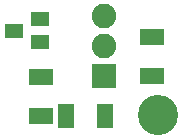
<source format=gts>
G04 EAGLE Gerber RS-274X export*
G75*
%MOMM*%
%FSLAX34Y34*%
%LPD*%
%INTop Solder Mask*%
%IPPOS*%
%AMOC8*
5,1,8,0,0,1.08239X$1,22.5*%
G01*
%ADD10C,3.403200*%
%ADD11R,2.108200X1.473200*%
%ADD12R,1.603200X1.203200*%
%ADD13R,2.082800X2.082800*%
%ADD14C,2.082800*%
%ADD15R,1.473200X2.108200*%


D10*
X139700Y26670D03*
D11*
X134620Y92710D03*
X134620Y59690D03*
D12*
X17786Y97790D03*
X39810Y107290D03*
X39810Y88290D03*
D13*
X93980Y59690D03*
D14*
X93980Y85090D03*
X93980Y110490D03*
D11*
X40640Y25400D03*
X40640Y58420D03*
D15*
X62230Y25400D03*
X95250Y25400D03*
M02*

</source>
